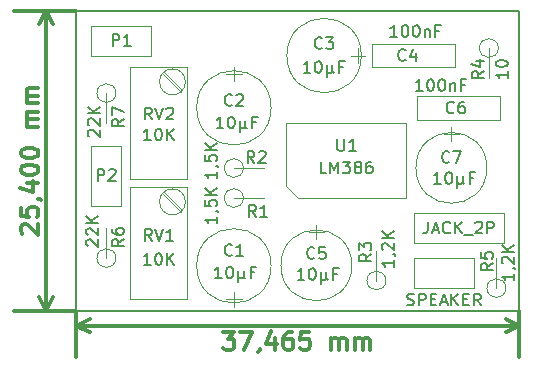
<source format=gbr>
G04 #@! TF.FileFunction,Other,Fab,Top*
%FSLAX46Y46*%
G04 Gerber Fmt 4.6, Leading zero omitted, Abs format (unit mm)*
G04 Created by KiCad (PCBNEW 4.0.7) date 11/30/17 15:27:03*
%MOMM*%
%LPD*%
G01*
G04 APERTURE LIST*
%ADD10C,0.100000*%
%ADD11C,0.150000*%
%ADD12C,0.300000*%
G04 APERTURE END LIST*
D10*
D11*
X130810000Y-77470000D02*
X130810000Y-102870000D01*
X168275000Y-77470000D02*
X130810000Y-77470000D01*
X168275000Y-102870000D02*
X168275000Y-77470000D01*
X130810000Y-102870000D02*
X168275000Y-102870000D01*
D12*
X126241429Y-96384285D02*
X126170000Y-96312856D01*
X126098571Y-96169999D01*
X126098571Y-95812856D01*
X126170000Y-95669999D01*
X126241429Y-95598570D01*
X126384286Y-95527142D01*
X126527143Y-95527142D01*
X126741429Y-95598570D01*
X127598571Y-96455713D01*
X127598571Y-95527142D01*
X126098571Y-94169999D02*
X126098571Y-94884285D01*
X126812857Y-94955714D01*
X126741429Y-94884285D01*
X126670000Y-94741428D01*
X126670000Y-94384285D01*
X126741429Y-94241428D01*
X126812857Y-94169999D01*
X126955714Y-94098571D01*
X127312857Y-94098571D01*
X127455714Y-94169999D01*
X127527143Y-94241428D01*
X127598571Y-94384285D01*
X127598571Y-94741428D01*
X127527143Y-94884285D01*
X127455714Y-94955714D01*
X127527143Y-93384286D02*
X127598571Y-93384286D01*
X127741429Y-93455714D01*
X127812857Y-93527143D01*
X126598571Y-92098571D02*
X127598571Y-92098571D01*
X126027143Y-92455714D02*
X127098571Y-92812857D01*
X127098571Y-91884285D01*
X126098571Y-91027143D02*
X126098571Y-90884286D01*
X126170000Y-90741429D01*
X126241429Y-90670000D01*
X126384286Y-90598571D01*
X126670000Y-90527143D01*
X127027143Y-90527143D01*
X127312857Y-90598571D01*
X127455714Y-90670000D01*
X127527143Y-90741429D01*
X127598571Y-90884286D01*
X127598571Y-91027143D01*
X127527143Y-91170000D01*
X127455714Y-91241429D01*
X127312857Y-91312857D01*
X127027143Y-91384286D01*
X126670000Y-91384286D01*
X126384286Y-91312857D01*
X126241429Y-91241429D01*
X126170000Y-91170000D01*
X126098571Y-91027143D01*
X126098571Y-89598572D02*
X126098571Y-89455715D01*
X126170000Y-89312858D01*
X126241429Y-89241429D01*
X126384286Y-89170000D01*
X126670000Y-89098572D01*
X127027143Y-89098572D01*
X127312857Y-89170000D01*
X127455714Y-89241429D01*
X127527143Y-89312858D01*
X127598571Y-89455715D01*
X127598571Y-89598572D01*
X127527143Y-89741429D01*
X127455714Y-89812858D01*
X127312857Y-89884286D01*
X127027143Y-89955715D01*
X126670000Y-89955715D01*
X126384286Y-89884286D01*
X126241429Y-89812858D01*
X126170000Y-89741429D01*
X126098571Y-89598572D01*
X127598571Y-87312858D02*
X126598571Y-87312858D01*
X126741429Y-87312858D02*
X126670000Y-87241430D01*
X126598571Y-87098572D01*
X126598571Y-86884287D01*
X126670000Y-86741430D01*
X126812857Y-86670001D01*
X127598571Y-86670001D01*
X126812857Y-86670001D02*
X126670000Y-86598572D01*
X126598571Y-86455715D01*
X126598571Y-86241430D01*
X126670000Y-86098572D01*
X126812857Y-86027144D01*
X127598571Y-86027144D01*
X127598571Y-85312858D02*
X126598571Y-85312858D01*
X126741429Y-85312858D02*
X126670000Y-85241430D01*
X126598571Y-85098572D01*
X126598571Y-84884287D01*
X126670000Y-84741430D01*
X126812857Y-84670001D01*
X127598571Y-84670001D01*
X126812857Y-84670001D02*
X126670000Y-84598572D01*
X126598571Y-84455715D01*
X126598571Y-84241430D01*
X126670000Y-84098572D01*
X126812857Y-84027144D01*
X127598571Y-84027144D01*
X128270000Y-102870000D02*
X128270000Y-77470000D01*
X130810000Y-102870000D02*
X125570000Y-102870000D01*
X130810000Y-77470000D02*
X125570000Y-77470000D01*
X128270000Y-77470000D02*
X128856421Y-78596504D01*
X128270000Y-77470000D02*
X127683579Y-78596504D01*
X128270000Y-102870000D02*
X128856421Y-101743496D01*
X128270000Y-102870000D02*
X127683579Y-101743496D01*
X143256787Y-104668571D02*
X144185358Y-104668571D01*
X143685358Y-105240000D01*
X143899644Y-105240000D01*
X144042501Y-105311429D01*
X144113930Y-105382857D01*
X144185358Y-105525714D01*
X144185358Y-105882857D01*
X144113930Y-106025714D01*
X144042501Y-106097143D01*
X143899644Y-106168571D01*
X143471072Y-106168571D01*
X143328215Y-106097143D01*
X143256787Y-106025714D01*
X144685358Y-104668571D02*
X145685358Y-104668571D01*
X145042501Y-106168571D01*
X146328214Y-106097143D02*
X146328214Y-106168571D01*
X146256786Y-106311429D01*
X146185357Y-106382857D01*
X147613929Y-105168571D02*
X147613929Y-106168571D01*
X147256786Y-104597143D02*
X146899643Y-105668571D01*
X147828215Y-105668571D01*
X149042500Y-104668571D02*
X148756786Y-104668571D01*
X148613929Y-104740000D01*
X148542500Y-104811429D01*
X148399643Y-105025714D01*
X148328214Y-105311429D01*
X148328214Y-105882857D01*
X148399643Y-106025714D01*
X148471071Y-106097143D01*
X148613929Y-106168571D01*
X148899643Y-106168571D01*
X149042500Y-106097143D01*
X149113929Y-106025714D01*
X149185357Y-105882857D01*
X149185357Y-105525714D01*
X149113929Y-105382857D01*
X149042500Y-105311429D01*
X148899643Y-105240000D01*
X148613929Y-105240000D01*
X148471071Y-105311429D01*
X148399643Y-105382857D01*
X148328214Y-105525714D01*
X150542500Y-104668571D02*
X149828214Y-104668571D01*
X149756785Y-105382857D01*
X149828214Y-105311429D01*
X149971071Y-105240000D01*
X150328214Y-105240000D01*
X150471071Y-105311429D01*
X150542500Y-105382857D01*
X150613928Y-105525714D01*
X150613928Y-105882857D01*
X150542500Y-106025714D01*
X150471071Y-106097143D01*
X150328214Y-106168571D01*
X149971071Y-106168571D01*
X149828214Y-106097143D01*
X149756785Y-106025714D01*
X152399642Y-106168571D02*
X152399642Y-105168571D01*
X152399642Y-105311429D02*
X152471070Y-105240000D01*
X152613928Y-105168571D01*
X152828213Y-105168571D01*
X152971070Y-105240000D01*
X153042499Y-105382857D01*
X153042499Y-106168571D01*
X153042499Y-105382857D02*
X153113928Y-105240000D01*
X153256785Y-105168571D01*
X153471070Y-105168571D01*
X153613928Y-105240000D01*
X153685356Y-105382857D01*
X153685356Y-106168571D01*
X154399642Y-106168571D02*
X154399642Y-105168571D01*
X154399642Y-105311429D02*
X154471070Y-105240000D01*
X154613928Y-105168571D01*
X154828213Y-105168571D01*
X154971070Y-105240000D01*
X155042499Y-105382857D01*
X155042499Y-106168571D01*
X155042499Y-105382857D02*
X155113928Y-105240000D01*
X155256785Y-105168571D01*
X155471070Y-105168571D01*
X155613928Y-105240000D01*
X155685356Y-105382857D01*
X155685356Y-106168571D01*
X168275000Y-104140000D02*
X130810000Y-104140000D01*
X168275000Y-102870000D02*
X168275000Y-106840000D01*
X130810000Y-102870000D02*
X130810000Y-106840000D01*
X130810000Y-104140000D02*
X131936504Y-103553579D01*
X130810000Y-104140000D02*
X131936504Y-104726421D01*
X168275000Y-104140000D02*
X167148496Y-103553579D01*
X168275000Y-104140000D02*
X167148496Y-104726421D01*
D10*
X132080000Y-81280000D02*
X137160000Y-81280000D01*
X137160000Y-81280000D02*
X137160000Y-78740000D01*
X137160000Y-78740000D02*
X132080000Y-78740000D01*
X132080000Y-78740000D02*
X132080000Y-81280000D01*
X166535000Y-80645000D02*
G75*
G03X166535000Y-80645000I-800000J0D01*
G01*
X165735000Y-80645000D02*
X165735000Y-83185000D01*
X167170000Y-100965000D02*
G75*
G03X167170000Y-100965000I-800000J0D01*
G01*
X166370000Y-100965000D02*
X166370000Y-98425000D01*
X157010000Y-100330000D02*
G75*
G03X157010000Y-100330000I-800000J0D01*
G01*
X156210000Y-100330000D02*
X156210000Y-97790000D01*
X144945000Y-90805000D02*
G75*
G03X144945000Y-90805000I-800000J0D01*
G01*
X144145000Y-90805000D02*
X146685000Y-90805000D01*
X144945000Y-93345000D02*
G75*
G03X144945000Y-93345000I-800000J0D01*
G01*
X144145000Y-93345000D02*
X146685000Y-93345000D01*
X134150000Y-98425000D02*
G75*
G03X134150000Y-98425000I-800000J0D01*
G01*
X133350000Y-98425000D02*
X133350000Y-95885000D01*
X140040000Y-93660000D02*
G75*
G03X140040000Y-93660000I-1095000J0D01*
G01*
X135385000Y-101920000D02*
X140215000Y-101920000D01*
X140215000Y-101920000D02*
X140215000Y-92390000D01*
X140215000Y-92390000D02*
X135385000Y-92390000D01*
X135385000Y-92390000D02*
X135385000Y-101920000D01*
X138249000Y-92829000D02*
X139776000Y-94356000D01*
X138115000Y-92963000D02*
X139642000Y-94490000D01*
X140040000Y-83500000D02*
G75*
G03X140040000Y-83500000I-1095000J0D01*
G01*
X135385000Y-91760000D02*
X140215000Y-91760000D01*
X140215000Y-91760000D02*
X140215000Y-82230000D01*
X140215000Y-82230000D02*
X135385000Y-82230000D01*
X135385000Y-82230000D02*
X135385000Y-91760000D01*
X138249000Y-82669000D02*
X139776000Y-84196000D01*
X138115000Y-82803000D02*
X139642000Y-84330000D01*
X134150000Y-84455000D02*
G75*
G03X134150000Y-84455000I-800000J0D01*
G01*
X133350000Y-84455000D02*
X133350000Y-86995000D01*
X132080000Y-88900000D02*
X132080000Y-93980000D01*
X132080000Y-93980000D02*
X134620000Y-93980000D01*
X134620000Y-93980000D02*
X134620000Y-88900000D01*
X134620000Y-88900000D02*
X132080000Y-88900000D01*
X155845000Y-80280000D02*
X155845000Y-82280000D01*
X155845000Y-82280000D02*
X162845000Y-82280000D01*
X162845000Y-82280000D02*
X162845000Y-80280000D01*
X162845000Y-80280000D02*
X155845000Y-80280000D01*
X159655000Y-84725000D02*
X159655000Y-86725000D01*
X159655000Y-86725000D02*
X166655000Y-86725000D01*
X166655000Y-86725000D02*
X166655000Y-84725000D01*
X166655000Y-84725000D02*
X159655000Y-84725000D01*
X148590000Y-92345000D02*
X148590000Y-86995000D01*
X148590000Y-86995000D02*
X158750000Y-86995000D01*
X158750000Y-86995000D02*
X158750000Y-93345000D01*
X158750000Y-93345000D02*
X149590000Y-93345000D01*
X149590000Y-93345000D02*
X148590000Y-92345000D01*
X144145000Y-102530000D02*
X144145000Y-101330000D01*
X143495000Y-101930000D02*
X144795000Y-101930000D01*
X147295000Y-99080000D02*
G75*
G03X147295000Y-99080000I-3150000J0D01*
G01*
X144145000Y-82255000D02*
X144145000Y-83455000D01*
X144795000Y-82855000D02*
X143495000Y-82855000D01*
X147295000Y-85705000D02*
G75*
G03X147295000Y-85705000I-3150000J0D01*
G01*
X155235000Y-81280000D02*
X154035000Y-81280000D01*
X154635000Y-81930000D02*
X154635000Y-80630000D01*
X154935000Y-81280000D02*
G75*
G03X154935000Y-81280000I-3150000J0D01*
G01*
X151130000Y-95590000D02*
X151130000Y-96790000D01*
X151780000Y-96190000D02*
X150480000Y-96190000D01*
X154130000Y-99040000D02*
G75*
G03X154130000Y-99040000I-3000000J0D01*
G01*
X162560000Y-87335000D02*
X162560000Y-88535000D01*
X163210000Y-87935000D02*
X161910000Y-87935000D01*
X165560000Y-90785000D02*
G75*
G03X165560000Y-90785000I-3000000J0D01*
G01*
X164465000Y-98425000D02*
X159385000Y-98425000D01*
X159385000Y-98425000D02*
X159385000Y-100965000D01*
X159385000Y-100965000D02*
X164465000Y-100965000D01*
X164465000Y-100965000D02*
X164465000Y-98425000D01*
X159385000Y-97155000D02*
X167005000Y-97155000D01*
X167005000Y-97155000D02*
X167005000Y-94615000D01*
X167005000Y-94615000D02*
X159385000Y-94615000D01*
X159385000Y-94615000D02*
X159385000Y-97155000D01*
D11*
X133881905Y-80462381D02*
X133881905Y-79462381D01*
X134262858Y-79462381D01*
X134358096Y-79510000D01*
X134405715Y-79557619D01*
X134453334Y-79652857D01*
X134453334Y-79795714D01*
X134405715Y-79890952D01*
X134358096Y-79938571D01*
X134262858Y-79986190D01*
X133881905Y-79986190D01*
X135405715Y-80462381D02*
X134834286Y-80462381D01*
X135120000Y-80462381D02*
X135120000Y-79462381D01*
X135024762Y-79605238D01*
X134929524Y-79700476D01*
X134834286Y-79748095D01*
X167330381Y-82613476D02*
X167330381Y-83184905D01*
X167330381Y-82899191D02*
X166330381Y-82899191D01*
X166473238Y-82994429D01*
X166568476Y-83089667D01*
X166616095Y-83184905D01*
X166330381Y-81994429D02*
X166330381Y-81899190D01*
X166378000Y-81803952D01*
X166425619Y-81756333D01*
X166520857Y-81708714D01*
X166711333Y-81661095D01*
X166949429Y-81661095D01*
X167139905Y-81708714D01*
X167235143Y-81756333D01*
X167282762Y-81803952D01*
X167330381Y-81899190D01*
X167330381Y-81994429D01*
X167282762Y-82089667D01*
X167235143Y-82137286D01*
X167139905Y-82184905D01*
X166949429Y-82232524D01*
X166711333Y-82232524D01*
X166520857Y-82184905D01*
X166425619Y-82137286D01*
X166378000Y-82089667D01*
X166330381Y-81994429D01*
X165298381Y-82589666D02*
X164822190Y-82923000D01*
X165298381Y-83161095D02*
X164298381Y-83161095D01*
X164298381Y-82780142D01*
X164346000Y-82684904D01*
X164393619Y-82637285D01*
X164488857Y-82589666D01*
X164631714Y-82589666D01*
X164726952Y-82637285D01*
X164774571Y-82684904D01*
X164822190Y-82780142D01*
X164822190Y-83161095D01*
X164631714Y-81732523D02*
X165298381Y-81732523D01*
X164250762Y-81970619D02*
X164965048Y-82208714D01*
X164965048Y-81589666D01*
X167838381Y-99734571D02*
X167838381Y-100306000D01*
X167838381Y-100020286D02*
X166838381Y-100020286D01*
X166981238Y-100115524D01*
X167076476Y-100210762D01*
X167124095Y-100306000D01*
X167790762Y-99258381D02*
X167838381Y-99258381D01*
X167933619Y-99306000D01*
X167981238Y-99353619D01*
X166933619Y-98877429D02*
X166886000Y-98829810D01*
X166838381Y-98734572D01*
X166838381Y-98496476D01*
X166886000Y-98401238D01*
X166933619Y-98353619D01*
X167028857Y-98306000D01*
X167124095Y-98306000D01*
X167266952Y-98353619D01*
X167838381Y-98925048D01*
X167838381Y-98306000D01*
X167838381Y-97877429D02*
X166838381Y-97877429D01*
X167838381Y-97306000D02*
X167266952Y-97734572D01*
X166838381Y-97306000D02*
X167409810Y-97877429D01*
X166060381Y-98845666D02*
X165584190Y-99179000D01*
X166060381Y-99417095D02*
X165060381Y-99417095D01*
X165060381Y-99036142D01*
X165108000Y-98940904D01*
X165155619Y-98893285D01*
X165250857Y-98845666D01*
X165393714Y-98845666D01*
X165488952Y-98893285D01*
X165536571Y-98940904D01*
X165584190Y-99036142D01*
X165584190Y-99417095D01*
X165060381Y-97940904D02*
X165060381Y-98417095D01*
X165536571Y-98464714D01*
X165488952Y-98417095D01*
X165441333Y-98321857D01*
X165441333Y-98083761D01*
X165488952Y-97988523D01*
X165536571Y-97940904D01*
X165631810Y-97893285D01*
X165869905Y-97893285D01*
X165965143Y-97940904D01*
X166012762Y-97988523D01*
X166060381Y-98083761D01*
X166060381Y-98321857D01*
X166012762Y-98417095D01*
X165965143Y-98464714D01*
X157678381Y-98591571D02*
X157678381Y-99163000D01*
X157678381Y-98877286D02*
X156678381Y-98877286D01*
X156821238Y-98972524D01*
X156916476Y-99067762D01*
X156964095Y-99163000D01*
X157630762Y-98115381D02*
X157678381Y-98115381D01*
X157773619Y-98163000D01*
X157821238Y-98210619D01*
X156773619Y-97734429D02*
X156726000Y-97686810D01*
X156678381Y-97591572D01*
X156678381Y-97353476D01*
X156726000Y-97258238D01*
X156773619Y-97210619D01*
X156868857Y-97163000D01*
X156964095Y-97163000D01*
X157106952Y-97210619D01*
X157678381Y-97782048D01*
X157678381Y-97163000D01*
X157678381Y-96734429D02*
X156678381Y-96734429D01*
X157678381Y-96163000D02*
X157106952Y-96591572D01*
X156678381Y-96163000D02*
X157249810Y-96734429D01*
X155773381Y-98083666D02*
X155297190Y-98417000D01*
X155773381Y-98655095D02*
X154773381Y-98655095D01*
X154773381Y-98274142D01*
X154821000Y-98178904D01*
X154868619Y-98131285D01*
X154963857Y-98083666D01*
X155106714Y-98083666D01*
X155201952Y-98131285D01*
X155249571Y-98178904D01*
X155297190Y-98274142D01*
X155297190Y-98655095D01*
X154773381Y-97750333D02*
X154773381Y-97131285D01*
X155154333Y-97464619D01*
X155154333Y-97321761D01*
X155201952Y-97226523D01*
X155249571Y-97178904D01*
X155344810Y-97131285D01*
X155582905Y-97131285D01*
X155678143Y-97178904D01*
X155725762Y-97226523D01*
X155773381Y-97321761D01*
X155773381Y-97607476D01*
X155725762Y-97702714D01*
X155678143Y-97750333D01*
X142692381Y-91098571D02*
X142692381Y-91670000D01*
X142692381Y-91384286D02*
X141692381Y-91384286D01*
X141835238Y-91479524D01*
X141930476Y-91574762D01*
X141978095Y-91670000D01*
X142644762Y-90622381D02*
X142692381Y-90622381D01*
X142787619Y-90670000D01*
X142835238Y-90717619D01*
X141692381Y-89717619D02*
X141692381Y-90193810D01*
X142168571Y-90241429D01*
X142120952Y-90193810D01*
X142073333Y-90098572D01*
X142073333Y-89860476D01*
X142120952Y-89765238D01*
X142168571Y-89717619D01*
X142263810Y-89670000D01*
X142501905Y-89670000D01*
X142597143Y-89717619D01*
X142644762Y-89765238D01*
X142692381Y-89860476D01*
X142692381Y-90098572D01*
X142644762Y-90193810D01*
X142597143Y-90241429D01*
X142692381Y-89241429D02*
X141692381Y-89241429D01*
X142692381Y-88670000D02*
X142120952Y-89098572D01*
X141692381Y-88670000D02*
X142263810Y-89241429D01*
X145883334Y-90368381D02*
X145550000Y-89892190D01*
X145311905Y-90368381D02*
X145311905Y-89368381D01*
X145692858Y-89368381D01*
X145788096Y-89416000D01*
X145835715Y-89463619D01*
X145883334Y-89558857D01*
X145883334Y-89701714D01*
X145835715Y-89796952D01*
X145788096Y-89844571D01*
X145692858Y-89892190D01*
X145311905Y-89892190D01*
X146264286Y-89463619D02*
X146311905Y-89416000D01*
X146407143Y-89368381D01*
X146645239Y-89368381D01*
X146740477Y-89416000D01*
X146788096Y-89463619D01*
X146835715Y-89558857D01*
X146835715Y-89654095D01*
X146788096Y-89796952D01*
X146216667Y-90368381D01*
X146835715Y-90368381D01*
X142692381Y-94908571D02*
X142692381Y-95480000D01*
X142692381Y-95194286D02*
X141692381Y-95194286D01*
X141835238Y-95289524D01*
X141930476Y-95384762D01*
X141978095Y-95480000D01*
X142644762Y-94432381D02*
X142692381Y-94432381D01*
X142787619Y-94480000D01*
X142835238Y-94527619D01*
X141692381Y-93527619D02*
X141692381Y-94003810D01*
X142168571Y-94051429D01*
X142120952Y-94003810D01*
X142073333Y-93908572D01*
X142073333Y-93670476D01*
X142120952Y-93575238D01*
X142168571Y-93527619D01*
X142263810Y-93480000D01*
X142501905Y-93480000D01*
X142597143Y-93527619D01*
X142644762Y-93575238D01*
X142692381Y-93670476D01*
X142692381Y-93908572D01*
X142644762Y-94003810D01*
X142597143Y-94051429D01*
X142692381Y-93051429D02*
X141692381Y-93051429D01*
X142692381Y-92480000D02*
X142120952Y-92908572D01*
X141692381Y-92480000D02*
X142263810Y-93051429D01*
X146010334Y-94940381D02*
X145677000Y-94464190D01*
X145438905Y-94940381D02*
X145438905Y-93940381D01*
X145819858Y-93940381D01*
X145915096Y-93988000D01*
X145962715Y-94035619D01*
X146010334Y-94130857D01*
X146010334Y-94273714D01*
X145962715Y-94368952D01*
X145915096Y-94416571D01*
X145819858Y-94464190D01*
X145438905Y-94464190D01*
X146962715Y-94940381D02*
X146391286Y-94940381D01*
X146677000Y-94940381D02*
X146677000Y-93940381D01*
X146581762Y-94083238D01*
X146486524Y-94178476D01*
X146391286Y-94226095D01*
X131754619Y-97400905D02*
X131707000Y-97353286D01*
X131659381Y-97258048D01*
X131659381Y-97019952D01*
X131707000Y-96924714D01*
X131754619Y-96877095D01*
X131849857Y-96829476D01*
X131945095Y-96829476D01*
X132087952Y-96877095D01*
X132659381Y-97448524D01*
X132659381Y-96829476D01*
X131754619Y-96448524D02*
X131707000Y-96400905D01*
X131659381Y-96305667D01*
X131659381Y-96067571D01*
X131707000Y-95972333D01*
X131754619Y-95924714D01*
X131849857Y-95877095D01*
X131945095Y-95877095D01*
X132087952Y-95924714D01*
X132659381Y-96496143D01*
X132659381Y-95877095D01*
X132659381Y-95448524D02*
X131659381Y-95448524D01*
X132659381Y-94877095D02*
X132087952Y-95305667D01*
X131659381Y-94877095D02*
X132230810Y-95448524D01*
X134818381Y-96813666D02*
X134342190Y-97147000D01*
X134818381Y-97385095D02*
X133818381Y-97385095D01*
X133818381Y-97004142D01*
X133866000Y-96908904D01*
X133913619Y-96861285D01*
X134008857Y-96813666D01*
X134151714Y-96813666D01*
X134246952Y-96861285D01*
X134294571Y-96908904D01*
X134342190Y-97004142D01*
X134342190Y-97385095D01*
X133818381Y-95956523D02*
X133818381Y-96147000D01*
X133866000Y-96242238D01*
X133913619Y-96289857D01*
X134056476Y-96385095D01*
X134246952Y-96432714D01*
X134627905Y-96432714D01*
X134723143Y-96385095D01*
X134770762Y-96337476D01*
X134818381Y-96242238D01*
X134818381Y-96051761D01*
X134770762Y-95956523D01*
X134723143Y-95908904D01*
X134627905Y-95861285D01*
X134389810Y-95861285D01*
X134294571Y-95908904D01*
X134246952Y-95956523D01*
X134199333Y-96051761D01*
X134199333Y-96242238D01*
X134246952Y-96337476D01*
X134294571Y-96385095D01*
X134389810Y-96432714D01*
X137104524Y-99004381D02*
X136533095Y-99004381D01*
X136818809Y-99004381D02*
X136818809Y-98004381D01*
X136723571Y-98147238D01*
X136628333Y-98242476D01*
X136533095Y-98290095D01*
X137723571Y-98004381D02*
X137818810Y-98004381D01*
X137914048Y-98052000D01*
X137961667Y-98099619D01*
X138009286Y-98194857D01*
X138056905Y-98385333D01*
X138056905Y-98623429D01*
X138009286Y-98813905D01*
X137961667Y-98909143D01*
X137914048Y-98956762D01*
X137818810Y-99004381D01*
X137723571Y-99004381D01*
X137628333Y-98956762D01*
X137580714Y-98909143D01*
X137533095Y-98813905D01*
X137485476Y-98623429D01*
X137485476Y-98385333D01*
X137533095Y-98194857D01*
X137580714Y-98099619D01*
X137628333Y-98052000D01*
X137723571Y-98004381D01*
X138485476Y-99004381D02*
X138485476Y-98004381D01*
X139056905Y-99004381D02*
X138628333Y-98432952D01*
X139056905Y-98004381D02*
X138485476Y-98575810D01*
X137199762Y-96972381D02*
X136866428Y-96496190D01*
X136628333Y-96972381D02*
X136628333Y-95972381D01*
X137009286Y-95972381D01*
X137104524Y-96020000D01*
X137152143Y-96067619D01*
X137199762Y-96162857D01*
X137199762Y-96305714D01*
X137152143Y-96400952D01*
X137104524Y-96448571D01*
X137009286Y-96496190D01*
X136628333Y-96496190D01*
X137485476Y-95972381D02*
X137818809Y-96972381D01*
X138152143Y-95972381D01*
X139009286Y-96972381D02*
X138437857Y-96972381D01*
X138723571Y-96972381D02*
X138723571Y-95972381D01*
X138628333Y-96115238D01*
X138533095Y-96210476D01*
X138437857Y-96258095D01*
X137104524Y-88463381D02*
X136533095Y-88463381D01*
X136818809Y-88463381D02*
X136818809Y-87463381D01*
X136723571Y-87606238D01*
X136628333Y-87701476D01*
X136533095Y-87749095D01*
X137723571Y-87463381D02*
X137818810Y-87463381D01*
X137914048Y-87511000D01*
X137961667Y-87558619D01*
X138009286Y-87653857D01*
X138056905Y-87844333D01*
X138056905Y-88082429D01*
X138009286Y-88272905D01*
X137961667Y-88368143D01*
X137914048Y-88415762D01*
X137818810Y-88463381D01*
X137723571Y-88463381D01*
X137628333Y-88415762D01*
X137580714Y-88368143D01*
X137533095Y-88272905D01*
X137485476Y-88082429D01*
X137485476Y-87844333D01*
X137533095Y-87653857D01*
X137580714Y-87558619D01*
X137628333Y-87511000D01*
X137723571Y-87463381D01*
X138485476Y-88463381D02*
X138485476Y-87463381D01*
X139056905Y-88463381D02*
X138628333Y-87891952D01*
X139056905Y-87463381D02*
X138485476Y-88034810D01*
X137199762Y-86685381D02*
X136866428Y-86209190D01*
X136628333Y-86685381D02*
X136628333Y-85685381D01*
X137009286Y-85685381D01*
X137104524Y-85733000D01*
X137152143Y-85780619D01*
X137199762Y-85875857D01*
X137199762Y-86018714D01*
X137152143Y-86113952D01*
X137104524Y-86161571D01*
X137009286Y-86209190D01*
X136628333Y-86209190D01*
X137485476Y-85685381D02*
X137818809Y-86685381D01*
X138152143Y-85685381D01*
X138437857Y-85780619D02*
X138485476Y-85733000D01*
X138580714Y-85685381D01*
X138818810Y-85685381D01*
X138914048Y-85733000D01*
X138961667Y-85780619D01*
X139009286Y-85875857D01*
X139009286Y-85971095D01*
X138961667Y-86113952D01*
X138390238Y-86685381D01*
X139009286Y-86685381D01*
X131881619Y-88129905D02*
X131834000Y-88082286D01*
X131786381Y-87987048D01*
X131786381Y-87748952D01*
X131834000Y-87653714D01*
X131881619Y-87606095D01*
X131976857Y-87558476D01*
X132072095Y-87558476D01*
X132214952Y-87606095D01*
X132786381Y-88177524D01*
X132786381Y-87558476D01*
X131881619Y-87177524D02*
X131834000Y-87129905D01*
X131786381Y-87034667D01*
X131786381Y-86796571D01*
X131834000Y-86701333D01*
X131881619Y-86653714D01*
X131976857Y-86606095D01*
X132072095Y-86606095D01*
X132214952Y-86653714D01*
X132786381Y-87225143D01*
X132786381Y-86606095D01*
X132786381Y-86177524D02*
X131786381Y-86177524D01*
X132786381Y-85606095D02*
X132214952Y-86034667D01*
X131786381Y-85606095D02*
X132357810Y-86177524D01*
X134818381Y-86653666D02*
X134342190Y-86987000D01*
X134818381Y-87225095D02*
X133818381Y-87225095D01*
X133818381Y-86844142D01*
X133866000Y-86748904D01*
X133913619Y-86701285D01*
X134008857Y-86653666D01*
X134151714Y-86653666D01*
X134246952Y-86701285D01*
X134294571Y-86748904D01*
X134342190Y-86844142D01*
X134342190Y-87225095D01*
X133818381Y-86320333D02*
X133818381Y-85653666D01*
X134818381Y-86082238D01*
X132611905Y-91892381D02*
X132611905Y-90892381D01*
X132992858Y-90892381D01*
X133088096Y-90940000D01*
X133135715Y-90987619D01*
X133183334Y-91082857D01*
X133183334Y-91225714D01*
X133135715Y-91320952D01*
X133088096Y-91368571D01*
X132992858Y-91416190D01*
X132611905Y-91416190D01*
X133564286Y-90987619D02*
X133611905Y-90940000D01*
X133707143Y-90892381D01*
X133945239Y-90892381D01*
X134040477Y-90940000D01*
X134088096Y-90987619D01*
X134135715Y-91082857D01*
X134135715Y-91178095D01*
X134088096Y-91320952D01*
X133516667Y-91892381D01*
X134135715Y-91892381D01*
X157964381Y-79700381D02*
X157392952Y-79700381D01*
X157678666Y-79700381D02*
X157678666Y-78700381D01*
X157583428Y-78843238D01*
X157488190Y-78938476D01*
X157392952Y-78986095D01*
X158583428Y-78700381D02*
X158678667Y-78700381D01*
X158773905Y-78748000D01*
X158821524Y-78795619D01*
X158869143Y-78890857D01*
X158916762Y-79081333D01*
X158916762Y-79319429D01*
X158869143Y-79509905D01*
X158821524Y-79605143D01*
X158773905Y-79652762D01*
X158678667Y-79700381D01*
X158583428Y-79700381D01*
X158488190Y-79652762D01*
X158440571Y-79605143D01*
X158392952Y-79509905D01*
X158345333Y-79319429D01*
X158345333Y-79081333D01*
X158392952Y-78890857D01*
X158440571Y-78795619D01*
X158488190Y-78748000D01*
X158583428Y-78700381D01*
X159535809Y-78700381D02*
X159631048Y-78700381D01*
X159726286Y-78748000D01*
X159773905Y-78795619D01*
X159821524Y-78890857D01*
X159869143Y-79081333D01*
X159869143Y-79319429D01*
X159821524Y-79509905D01*
X159773905Y-79605143D01*
X159726286Y-79652762D01*
X159631048Y-79700381D01*
X159535809Y-79700381D01*
X159440571Y-79652762D01*
X159392952Y-79605143D01*
X159345333Y-79509905D01*
X159297714Y-79319429D01*
X159297714Y-79081333D01*
X159345333Y-78890857D01*
X159392952Y-78795619D01*
X159440571Y-78748000D01*
X159535809Y-78700381D01*
X160297714Y-79033714D02*
X160297714Y-79700381D01*
X160297714Y-79128952D02*
X160345333Y-79081333D01*
X160440571Y-79033714D01*
X160583429Y-79033714D01*
X160678667Y-79081333D01*
X160726286Y-79176571D01*
X160726286Y-79700381D01*
X161535810Y-79176571D02*
X161202476Y-79176571D01*
X161202476Y-79700381D02*
X161202476Y-78700381D01*
X161678667Y-78700381D01*
X158678334Y-81637143D02*
X158630715Y-81684762D01*
X158487858Y-81732381D01*
X158392620Y-81732381D01*
X158249762Y-81684762D01*
X158154524Y-81589524D01*
X158106905Y-81494286D01*
X158059286Y-81303810D01*
X158059286Y-81160952D01*
X158106905Y-80970476D01*
X158154524Y-80875238D01*
X158249762Y-80780000D01*
X158392620Y-80732381D01*
X158487858Y-80732381D01*
X158630715Y-80780000D01*
X158678334Y-80827619D01*
X159535477Y-81065714D02*
X159535477Y-81732381D01*
X159297381Y-80684762D02*
X159059286Y-81399048D01*
X159678334Y-81399048D01*
X160123381Y-84272381D02*
X159551952Y-84272381D01*
X159837666Y-84272381D02*
X159837666Y-83272381D01*
X159742428Y-83415238D01*
X159647190Y-83510476D01*
X159551952Y-83558095D01*
X160742428Y-83272381D02*
X160837667Y-83272381D01*
X160932905Y-83320000D01*
X160980524Y-83367619D01*
X161028143Y-83462857D01*
X161075762Y-83653333D01*
X161075762Y-83891429D01*
X161028143Y-84081905D01*
X160980524Y-84177143D01*
X160932905Y-84224762D01*
X160837667Y-84272381D01*
X160742428Y-84272381D01*
X160647190Y-84224762D01*
X160599571Y-84177143D01*
X160551952Y-84081905D01*
X160504333Y-83891429D01*
X160504333Y-83653333D01*
X160551952Y-83462857D01*
X160599571Y-83367619D01*
X160647190Y-83320000D01*
X160742428Y-83272381D01*
X161694809Y-83272381D02*
X161790048Y-83272381D01*
X161885286Y-83320000D01*
X161932905Y-83367619D01*
X161980524Y-83462857D01*
X162028143Y-83653333D01*
X162028143Y-83891429D01*
X161980524Y-84081905D01*
X161932905Y-84177143D01*
X161885286Y-84224762D01*
X161790048Y-84272381D01*
X161694809Y-84272381D01*
X161599571Y-84224762D01*
X161551952Y-84177143D01*
X161504333Y-84081905D01*
X161456714Y-83891429D01*
X161456714Y-83653333D01*
X161504333Y-83462857D01*
X161551952Y-83367619D01*
X161599571Y-83320000D01*
X161694809Y-83272381D01*
X162456714Y-83605714D02*
X162456714Y-84272381D01*
X162456714Y-83700952D02*
X162504333Y-83653333D01*
X162599571Y-83605714D01*
X162742429Y-83605714D01*
X162837667Y-83653333D01*
X162885286Y-83748571D01*
X162885286Y-84272381D01*
X163694810Y-83748571D02*
X163361476Y-83748571D01*
X163361476Y-84272381D02*
X163361476Y-83272381D01*
X163837667Y-83272381D01*
X162774334Y-86082143D02*
X162726715Y-86129762D01*
X162583858Y-86177381D01*
X162488620Y-86177381D01*
X162345762Y-86129762D01*
X162250524Y-86034524D01*
X162202905Y-85939286D01*
X162155286Y-85748810D01*
X162155286Y-85605952D01*
X162202905Y-85415476D01*
X162250524Y-85320238D01*
X162345762Y-85225000D01*
X162488620Y-85177381D01*
X162583858Y-85177381D01*
X162726715Y-85225000D01*
X162774334Y-85272619D01*
X163631477Y-85177381D02*
X163441000Y-85177381D01*
X163345762Y-85225000D01*
X163298143Y-85272619D01*
X163202905Y-85415476D01*
X163155286Y-85605952D01*
X163155286Y-85986905D01*
X163202905Y-86082143D01*
X163250524Y-86129762D01*
X163345762Y-86177381D01*
X163536239Y-86177381D01*
X163631477Y-86129762D01*
X163679096Y-86082143D01*
X163726715Y-85986905D01*
X163726715Y-85748810D01*
X163679096Y-85653571D01*
X163631477Y-85605952D01*
X163536239Y-85558333D01*
X163345762Y-85558333D01*
X163250524Y-85605952D01*
X163202905Y-85653571D01*
X163155286Y-85748810D01*
X151979524Y-91257381D02*
X151503333Y-91257381D01*
X151503333Y-90257381D01*
X152312857Y-91257381D02*
X152312857Y-90257381D01*
X152646191Y-90971667D01*
X152979524Y-90257381D01*
X152979524Y-91257381D01*
X153360476Y-90257381D02*
X153979524Y-90257381D01*
X153646190Y-90638333D01*
X153789048Y-90638333D01*
X153884286Y-90685952D01*
X153931905Y-90733571D01*
X153979524Y-90828810D01*
X153979524Y-91066905D01*
X153931905Y-91162143D01*
X153884286Y-91209762D01*
X153789048Y-91257381D01*
X153503333Y-91257381D01*
X153408095Y-91209762D01*
X153360476Y-91162143D01*
X154550952Y-90685952D02*
X154455714Y-90638333D01*
X154408095Y-90590714D01*
X154360476Y-90495476D01*
X154360476Y-90447857D01*
X154408095Y-90352619D01*
X154455714Y-90305000D01*
X154550952Y-90257381D01*
X154741429Y-90257381D01*
X154836667Y-90305000D01*
X154884286Y-90352619D01*
X154931905Y-90447857D01*
X154931905Y-90495476D01*
X154884286Y-90590714D01*
X154836667Y-90638333D01*
X154741429Y-90685952D01*
X154550952Y-90685952D01*
X154455714Y-90733571D01*
X154408095Y-90781190D01*
X154360476Y-90876429D01*
X154360476Y-91066905D01*
X154408095Y-91162143D01*
X154455714Y-91209762D01*
X154550952Y-91257381D01*
X154741429Y-91257381D01*
X154836667Y-91209762D01*
X154884286Y-91162143D01*
X154931905Y-91066905D01*
X154931905Y-90876429D01*
X154884286Y-90781190D01*
X154836667Y-90733571D01*
X154741429Y-90685952D01*
X155789048Y-90257381D02*
X155598571Y-90257381D01*
X155503333Y-90305000D01*
X155455714Y-90352619D01*
X155360476Y-90495476D01*
X155312857Y-90685952D01*
X155312857Y-91066905D01*
X155360476Y-91162143D01*
X155408095Y-91209762D01*
X155503333Y-91257381D01*
X155693810Y-91257381D01*
X155789048Y-91209762D01*
X155836667Y-91162143D01*
X155884286Y-91066905D01*
X155884286Y-90828810D01*
X155836667Y-90733571D01*
X155789048Y-90685952D01*
X155693810Y-90638333D01*
X155503333Y-90638333D01*
X155408095Y-90685952D01*
X155360476Y-90733571D01*
X155312857Y-90828810D01*
X152908095Y-88352381D02*
X152908095Y-89161905D01*
X152955714Y-89257143D01*
X153003333Y-89304762D01*
X153098571Y-89352381D01*
X153289048Y-89352381D01*
X153384286Y-89304762D01*
X153431905Y-89257143D01*
X153479524Y-89161905D01*
X153479524Y-88352381D01*
X154479524Y-89352381D02*
X153908095Y-89352381D01*
X154193809Y-89352381D02*
X154193809Y-88352381D01*
X154098571Y-88495238D01*
X154003333Y-88590476D01*
X153908095Y-88638095D01*
X150114143Y-100274381D02*
X149542714Y-100274381D01*
X149828428Y-100274381D02*
X149828428Y-99274381D01*
X149733190Y-99417238D01*
X149637952Y-99512476D01*
X149542714Y-99560095D01*
X150733190Y-99274381D02*
X150828429Y-99274381D01*
X150923667Y-99322000D01*
X150971286Y-99369619D01*
X151018905Y-99464857D01*
X151066524Y-99655333D01*
X151066524Y-99893429D01*
X151018905Y-100083905D01*
X150971286Y-100179143D01*
X150923667Y-100226762D01*
X150828429Y-100274381D01*
X150733190Y-100274381D01*
X150637952Y-100226762D01*
X150590333Y-100179143D01*
X150542714Y-100083905D01*
X150495095Y-99893429D01*
X150495095Y-99655333D01*
X150542714Y-99464857D01*
X150590333Y-99369619D01*
X150637952Y-99322000D01*
X150733190Y-99274381D01*
X151495095Y-99607714D02*
X151495095Y-100607714D01*
X151971286Y-100131524D02*
X152018905Y-100226762D01*
X152114143Y-100274381D01*
X151495095Y-100131524D02*
X151542714Y-100226762D01*
X151637952Y-100274381D01*
X151828429Y-100274381D01*
X151923667Y-100226762D01*
X151971286Y-100131524D01*
X151971286Y-99607714D01*
X152876048Y-99750571D02*
X152542714Y-99750571D01*
X152542714Y-100274381D02*
X152542714Y-99274381D01*
X153018905Y-99274381D01*
X143978334Y-98147143D02*
X143930715Y-98194762D01*
X143787858Y-98242381D01*
X143692620Y-98242381D01*
X143549762Y-98194762D01*
X143454524Y-98099524D01*
X143406905Y-98004286D01*
X143359286Y-97813810D01*
X143359286Y-97670952D01*
X143406905Y-97480476D01*
X143454524Y-97385238D01*
X143549762Y-97290000D01*
X143692620Y-97242381D01*
X143787858Y-97242381D01*
X143930715Y-97290000D01*
X143978334Y-97337619D01*
X144930715Y-98242381D02*
X144359286Y-98242381D01*
X144645000Y-98242381D02*
X144645000Y-97242381D01*
X144549762Y-97385238D01*
X144454524Y-97480476D01*
X144359286Y-97528095D01*
X143256143Y-87447381D02*
X142684714Y-87447381D01*
X142970428Y-87447381D02*
X142970428Y-86447381D01*
X142875190Y-86590238D01*
X142779952Y-86685476D01*
X142684714Y-86733095D01*
X143875190Y-86447381D02*
X143970429Y-86447381D01*
X144065667Y-86495000D01*
X144113286Y-86542619D01*
X144160905Y-86637857D01*
X144208524Y-86828333D01*
X144208524Y-87066429D01*
X144160905Y-87256905D01*
X144113286Y-87352143D01*
X144065667Y-87399762D01*
X143970429Y-87447381D01*
X143875190Y-87447381D01*
X143779952Y-87399762D01*
X143732333Y-87352143D01*
X143684714Y-87256905D01*
X143637095Y-87066429D01*
X143637095Y-86828333D01*
X143684714Y-86637857D01*
X143732333Y-86542619D01*
X143779952Y-86495000D01*
X143875190Y-86447381D01*
X144637095Y-86780714D02*
X144637095Y-87780714D01*
X145113286Y-87304524D02*
X145160905Y-87399762D01*
X145256143Y-87447381D01*
X144637095Y-87304524D02*
X144684714Y-87399762D01*
X144779952Y-87447381D01*
X144970429Y-87447381D01*
X145065667Y-87399762D01*
X145113286Y-87304524D01*
X145113286Y-86780714D01*
X146018048Y-86923571D02*
X145684714Y-86923571D01*
X145684714Y-87447381D02*
X145684714Y-86447381D01*
X146160905Y-86447381D01*
X143978334Y-85447143D02*
X143930715Y-85494762D01*
X143787858Y-85542381D01*
X143692620Y-85542381D01*
X143549762Y-85494762D01*
X143454524Y-85399524D01*
X143406905Y-85304286D01*
X143359286Y-85113810D01*
X143359286Y-84970952D01*
X143406905Y-84780476D01*
X143454524Y-84685238D01*
X143549762Y-84590000D01*
X143692620Y-84542381D01*
X143787858Y-84542381D01*
X143930715Y-84590000D01*
X143978334Y-84637619D01*
X144359286Y-84637619D02*
X144406905Y-84590000D01*
X144502143Y-84542381D01*
X144740239Y-84542381D01*
X144835477Y-84590000D01*
X144883096Y-84637619D01*
X144930715Y-84732857D01*
X144930715Y-84828095D01*
X144883096Y-84970952D01*
X144311667Y-85542381D01*
X144930715Y-85542381D01*
X150622143Y-82748381D02*
X150050714Y-82748381D01*
X150336428Y-82748381D02*
X150336428Y-81748381D01*
X150241190Y-81891238D01*
X150145952Y-81986476D01*
X150050714Y-82034095D01*
X151241190Y-81748381D02*
X151336429Y-81748381D01*
X151431667Y-81796000D01*
X151479286Y-81843619D01*
X151526905Y-81938857D01*
X151574524Y-82129333D01*
X151574524Y-82367429D01*
X151526905Y-82557905D01*
X151479286Y-82653143D01*
X151431667Y-82700762D01*
X151336429Y-82748381D01*
X151241190Y-82748381D01*
X151145952Y-82700762D01*
X151098333Y-82653143D01*
X151050714Y-82557905D01*
X151003095Y-82367429D01*
X151003095Y-82129333D01*
X151050714Y-81938857D01*
X151098333Y-81843619D01*
X151145952Y-81796000D01*
X151241190Y-81748381D01*
X152003095Y-82081714D02*
X152003095Y-83081714D01*
X152479286Y-82605524D02*
X152526905Y-82700762D01*
X152622143Y-82748381D01*
X152003095Y-82605524D02*
X152050714Y-82700762D01*
X152145952Y-82748381D01*
X152336429Y-82748381D01*
X152431667Y-82700762D01*
X152479286Y-82605524D01*
X152479286Y-82081714D01*
X153384048Y-82224571D02*
X153050714Y-82224571D01*
X153050714Y-82748381D02*
X153050714Y-81748381D01*
X153526905Y-81748381D01*
X151598334Y-80621143D02*
X151550715Y-80668762D01*
X151407858Y-80716381D01*
X151312620Y-80716381D01*
X151169762Y-80668762D01*
X151074524Y-80573524D01*
X151026905Y-80478286D01*
X150979286Y-80287810D01*
X150979286Y-80144952D01*
X151026905Y-79954476D01*
X151074524Y-79859238D01*
X151169762Y-79764000D01*
X151312620Y-79716381D01*
X151407858Y-79716381D01*
X151550715Y-79764000D01*
X151598334Y-79811619D01*
X151931667Y-79716381D02*
X152550715Y-79716381D01*
X152217381Y-80097333D01*
X152360239Y-80097333D01*
X152455477Y-80144952D01*
X152503096Y-80192571D01*
X152550715Y-80287810D01*
X152550715Y-80525905D01*
X152503096Y-80621143D01*
X152455477Y-80668762D01*
X152360239Y-80716381D01*
X152074524Y-80716381D01*
X151979286Y-80668762D01*
X151931667Y-80621143D01*
X143129143Y-100147381D02*
X142557714Y-100147381D01*
X142843428Y-100147381D02*
X142843428Y-99147381D01*
X142748190Y-99290238D01*
X142652952Y-99385476D01*
X142557714Y-99433095D01*
X143748190Y-99147381D02*
X143843429Y-99147381D01*
X143938667Y-99195000D01*
X143986286Y-99242619D01*
X144033905Y-99337857D01*
X144081524Y-99528333D01*
X144081524Y-99766429D01*
X144033905Y-99956905D01*
X143986286Y-100052143D01*
X143938667Y-100099762D01*
X143843429Y-100147381D01*
X143748190Y-100147381D01*
X143652952Y-100099762D01*
X143605333Y-100052143D01*
X143557714Y-99956905D01*
X143510095Y-99766429D01*
X143510095Y-99528333D01*
X143557714Y-99337857D01*
X143605333Y-99242619D01*
X143652952Y-99195000D01*
X143748190Y-99147381D01*
X144510095Y-99480714D02*
X144510095Y-100480714D01*
X144986286Y-100004524D02*
X145033905Y-100099762D01*
X145129143Y-100147381D01*
X144510095Y-100004524D02*
X144557714Y-100099762D01*
X144652952Y-100147381D01*
X144843429Y-100147381D01*
X144938667Y-100099762D01*
X144986286Y-100004524D01*
X144986286Y-99480714D01*
X145891048Y-99623571D02*
X145557714Y-99623571D01*
X145557714Y-100147381D02*
X145557714Y-99147381D01*
X146033905Y-99147381D01*
X150963334Y-98401143D02*
X150915715Y-98448762D01*
X150772858Y-98496381D01*
X150677620Y-98496381D01*
X150534762Y-98448762D01*
X150439524Y-98353524D01*
X150391905Y-98258286D01*
X150344286Y-98067810D01*
X150344286Y-97924952D01*
X150391905Y-97734476D01*
X150439524Y-97639238D01*
X150534762Y-97544000D01*
X150677620Y-97496381D01*
X150772858Y-97496381D01*
X150915715Y-97544000D01*
X150963334Y-97591619D01*
X151868096Y-97496381D02*
X151391905Y-97496381D01*
X151344286Y-97972571D01*
X151391905Y-97924952D01*
X151487143Y-97877333D01*
X151725239Y-97877333D01*
X151820477Y-97924952D01*
X151868096Y-97972571D01*
X151915715Y-98067810D01*
X151915715Y-98305905D01*
X151868096Y-98401143D01*
X151820477Y-98448762D01*
X151725239Y-98496381D01*
X151487143Y-98496381D01*
X151391905Y-98448762D01*
X151344286Y-98401143D01*
X161671143Y-92146381D02*
X161099714Y-92146381D01*
X161385428Y-92146381D02*
X161385428Y-91146381D01*
X161290190Y-91289238D01*
X161194952Y-91384476D01*
X161099714Y-91432095D01*
X162290190Y-91146381D02*
X162385429Y-91146381D01*
X162480667Y-91194000D01*
X162528286Y-91241619D01*
X162575905Y-91336857D01*
X162623524Y-91527333D01*
X162623524Y-91765429D01*
X162575905Y-91955905D01*
X162528286Y-92051143D01*
X162480667Y-92098762D01*
X162385429Y-92146381D01*
X162290190Y-92146381D01*
X162194952Y-92098762D01*
X162147333Y-92051143D01*
X162099714Y-91955905D01*
X162052095Y-91765429D01*
X162052095Y-91527333D01*
X162099714Y-91336857D01*
X162147333Y-91241619D01*
X162194952Y-91194000D01*
X162290190Y-91146381D01*
X163052095Y-91479714D02*
X163052095Y-92479714D01*
X163528286Y-92003524D02*
X163575905Y-92098762D01*
X163671143Y-92146381D01*
X163052095Y-92003524D02*
X163099714Y-92098762D01*
X163194952Y-92146381D01*
X163385429Y-92146381D01*
X163480667Y-92098762D01*
X163528286Y-92003524D01*
X163528286Y-91479714D01*
X164433048Y-91622571D02*
X164099714Y-91622571D01*
X164099714Y-92146381D02*
X164099714Y-91146381D01*
X164575905Y-91146381D01*
X162393334Y-90273143D02*
X162345715Y-90320762D01*
X162202858Y-90368381D01*
X162107620Y-90368381D01*
X161964762Y-90320762D01*
X161869524Y-90225524D01*
X161821905Y-90130286D01*
X161774286Y-89939810D01*
X161774286Y-89796952D01*
X161821905Y-89606476D01*
X161869524Y-89511238D01*
X161964762Y-89416000D01*
X162107620Y-89368381D01*
X162202858Y-89368381D01*
X162345715Y-89416000D01*
X162393334Y-89463619D01*
X162726667Y-89368381D02*
X163393334Y-89368381D01*
X162964762Y-90368381D01*
X158805952Y-102385762D02*
X158948809Y-102433381D01*
X159186905Y-102433381D01*
X159282143Y-102385762D01*
X159329762Y-102338143D01*
X159377381Y-102242905D01*
X159377381Y-102147667D01*
X159329762Y-102052429D01*
X159282143Y-102004810D01*
X159186905Y-101957190D01*
X158996428Y-101909571D01*
X158901190Y-101861952D01*
X158853571Y-101814333D01*
X158805952Y-101719095D01*
X158805952Y-101623857D01*
X158853571Y-101528619D01*
X158901190Y-101481000D01*
X158996428Y-101433381D01*
X159234524Y-101433381D01*
X159377381Y-101481000D01*
X159805952Y-102433381D02*
X159805952Y-101433381D01*
X160186905Y-101433381D01*
X160282143Y-101481000D01*
X160329762Y-101528619D01*
X160377381Y-101623857D01*
X160377381Y-101766714D01*
X160329762Y-101861952D01*
X160282143Y-101909571D01*
X160186905Y-101957190D01*
X159805952Y-101957190D01*
X160805952Y-101909571D02*
X161139286Y-101909571D01*
X161282143Y-102433381D02*
X160805952Y-102433381D01*
X160805952Y-101433381D01*
X161282143Y-101433381D01*
X161663095Y-102147667D02*
X162139286Y-102147667D01*
X161567857Y-102433381D02*
X161901190Y-101433381D01*
X162234524Y-102433381D01*
X162567857Y-102433381D02*
X162567857Y-101433381D01*
X163139286Y-102433381D02*
X162710714Y-101861952D01*
X163139286Y-101433381D02*
X162567857Y-102004810D01*
X163567857Y-101909571D02*
X163901191Y-101909571D01*
X164044048Y-102433381D02*
X163567857Y-102433381D01*
X163567857Y-101433381D01*
X164044048Y-101433381D01*
X165044048Y-102433381D02*
X164710714Y-101957190D01*
X164472619Y-102433381D02*
X164472619Y-101433381D01*
X164853572Y-101433381D01*
X164948810Y-101481000D01*
X164996429Y-101528619D01*
X165044048Y-101623857D01*
X165044048Y-101766714D01*
X164996429Y-101861952D01*
X164948810Y-101909571D01*
X164853572Y-101957190D01*
X164472619Y-101957190D01*
X160552143Y-95337381D02*
X160552143Y-96051667D01*
X160504523Y-96194524D01*
X160409285Y-96289762D01*
X160266428Y-96337381D01*
X160171190Y-96337381D01*
X160980714Y-96051667D02*
X161456905Y-96051667D01*
X160885476Y-96337381D02*
X161218809Y-95337381D01*
X161552143Y-96337381D01*
X162456905Y-96242143D02*
X162409286Y-96289762D01*
X162266429Y-96337381D01*
X162171191Y-96337381D01*
X162028333Y-96289762D01*
X161933095Y-96194524D01*
X161885476Y-96099286D01*
X161837857Y-95908810D01*
X161837857Y-95765952D01*
X161885476Y-95575476D01*
X161933095Y-95480238D01*
X162028333Y-95385000D01*
X162171191Y-95337381D01*
X162266429Y-95337381D01*
X162409286Y-95385000D01*
X162456905Y-95432619D01*
X162885476Y-96337381D02*
X162885476Y-95337381D01*
X163456905Y-96337381D02*
X163028333Y-95765952D01*
X163456905Y-95337381D02*
X162885476Y-95908810D01*
X163647381Y-96432619D02*
X164409286Y-96432619D01*
X164599762Y-95432619D02*
X164647381Y-95385000D01*
X164742619Y-95337381D01*
X164980715Y-95337381D01*
X165075953Y-95385000D01*
X165123572Y-95432619D01*
X165171191Y-95527857D01*
X165171191Y-95623095D01*
X165123572Y-95765952D01*
X164552143Y-96337381D01*
X165171191Y-96337381D01*
X165599762Y-96337381D02*
X165599762Y-95337381D01*
X165980715Y-95337381D01*
X166075953Y-95385000D01*
X166123572Y-95432619D01*
X166171191Y-95527857D01*
X166171191Y-95670714D01*
X166123572Y-95765952D01*
X166075953Y-95813571D01*
X165980715Y-95861190D01*
X165599762Y-95861190D01*
M02*

</source>
